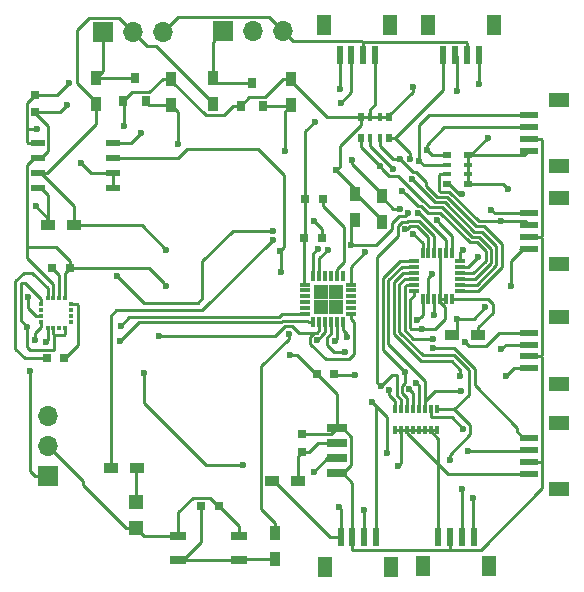
<source format=gtl>
G04 #@! TF.GenerationSoftware,KiCad,Pcbnew,no-vcs-found-7722~57~ubuntu16.04.1*
G04 #@! TF.CreationDate,2017-02-25T10:09:19+01:00*
G04 #@! TF.ProjectId,GhostSensorboard,47686F737453656E736F72626F617264,rev?*
G04 #@! TF.FileFunction,Copper,L1,Top,Signal*
G04 #@! TF.FilePolarity,Positive*
%FSLAX46Y46*%
G04 Gerber Fmt 4.6, Leading zero omitted, Abs format (unit mm)*
G04 Created by KiCad (PCBNEW no-vcs-found-7722~57~ubuntu16.04.1) date Sat Feb 25 10:09:19 2017*
%MOMM*%
%LPD*%
G01*
G04 APERTURE LIST*
%ADD10C,0.100000*%
%ADD11R,0.750000X0.800000*%
%ADD12R,0.800000X0.750000*%
%ADD13R,1.200000X1.200000*%
%ADD14R,0.800000X0.900000*%
%ADD15R,1.200000X0.900000*%
%ADD16R,0.900000X1.200000*%
%ADD17R,1.450000X0.700000*%
%ADD18R,0.850000X0.300000*%
%ADD19R,0.300000X0.850000*%
%ADD20R,0.600000X1.550000*%
%ADD21R,1.200000X1.800000*%
%ADD22R,1.800000X0.800000*%
%ADD23R,1.300000X1.300000*%
%ADD24R,1.550000X0.600000*%
%ADD25R,1.800000X1.200000*%
%ADD26R,1.143000X0.508000*%
%ADD27R,0.500000X0.800000*%
%ADD28R,0.400000X0.800000*%
%ADD29R,0.800000X0.500000*%
%ADD30R,0.800000X0.400000*%
%ADD31R,0.300000X0.800000*%
%ADD32R,1.700000X1.700000*%
%ADD33O,1.700000X1.700000*%
%ADD34R,0.300000X0.450000*%
%ADD35R,0.450000X0.300000*%
%ADD36C,0.600000*%
%ADD37C,0.250000*%
G04 APERTURE END LIST*
D10*
D11*
X116464080Y-113329720D03*
X116464080Y-111829720D03*
D12*
X109434760Y-117899180D03*
X107934760Y-117899180D03*
D11*
X93893640Y-83064920D03*
X93893640Y-84564920D03*
D12*
X117735920Y-106725720D03*
X119235920Y-106725720D03*
X116684360Y-95239840D03*
X118184360Y-95239840D03*
X116770720Y-91892120D03*
X118270720Y-91892120D03*
X94870840Y-105369360D03*
X96370840Y-105369360D03*
X96868680Y-97790000D03*
X95368680Y-97790000D03*
D13*
X102473760Y-117584040D03*
X102473760Y-119784040D03*
D14*
X101371360Y-83654140D03*
X103271360Y-83654140D03*
X102321360Y-81654140D03*
X111318000Y-84050380D03*
X113218000Y-84050380D03*
X112268000Y-82050380D03*
D15*
X129237560Y-103449120D03*
X131437560Y-103449120D03*
X116156920Y-115763040D03*
X113956920Y-115763040D03*
D16*
X105410000Y-81737020D03*
X105410000Y-83937020D03*
X114226340Y-122425640D03*
X114226340Y-120225640D03*
D15*
X102532360Y-114655600D03*
X100332360Y-114655600D03*
D16*
X99049840Y-83865900D03*
X99049840Y-81665900D03*
X115559840Y-81792900D03*
X115559840Y-83992900D03*
X108935520Y-83901460D03*
X108935520Y-81701460D03*
X123261120Y-93830320D03*
X123261120Y-91630320D03*
X121005600Y-91493160D03*
X121005600Y-93693160D03*
D15*
X97218680Y-94147640D03*
X95018680Y-94147640D03*
D17*
X106038020Y-122452640D03*
X111198020Y-122452640D03*
X111198020Y-120452640D03*
X106038020Y-120452640D03*
D18*
X129905040Y-99675000D03*
X129905040Y-99175000D03*
X129905040Y-98675000D03*
X129905040Y-98175000D03*
X129905040Y-97675000D03*
X129905040Y-97175000D03*
D19*
X129205040Y-96475000D03*
X128705040Y-96475000D03*
X128205040Y-96475000D03*
X127705040Y-96475000D03*
X127205040Y-96475000D03*
X126705040Y-96475000D03*
D18*
X126005040Y-97175000D03*
X126005040Y-97675000D03*
X126005040Y-98175000D03*
X126005040Y-98675000D03*
X126005040Y-99175000D03*
X126005040Y-99675000D03*
D19*
X126705040Y-100375000D03*
X127205040Y-100375000D03*
X127705040Y-100375000D03*
X128205040Y-100375000D03*
X128705040Y-100375000D03*
X129205040Y-100375000D03*
D20*
X128469260Y-79695160D03*
X129469260Y-79695160D03*
X130469260Y-79695160D03*
X131469260Y-79695160D03*
D21*
X127169260Y-77170160D03*
X132769260Y-77170160D03*
D20*
X119680860Y-79695160D03*
X120680860Y-79695160D03*
X121680860Y-79695160D03*
X122680860Y-79695160D03*
D21*
X118380860Y-77170160D03*
X123980860Y-77170160D03*
D22*
X119451120Y-111328200D03*
X119451120Y-112598200D03*
X119451120Y-113868200D03*
X119451120Y-115138200D03*
D18*
X116769600Y-99156200D03*
X116769600Y-99656200D03*
X116769600Y-100156200D03*
X116769600Y-100656200D03*
X116769600Y-101156200D03*
X116769600Y-101656200D03*
D19*
X117469600Y-102356200D03*
X117969600Y-102356200D03*
X118469600Y-102356200D03*
X118969600Y-102356200D03*
X119469600Y-102356200D03*
X119969600Y-102356200D03*
D18*
X120669600Y-101656200D03*
X120669600Y-101156200D03*
X120669600Y-100656200D03*
X120669600Y-100156200D03*
X120669600Y-99656200D03*
X120669600Y-99156200D03*
D19*
X119969600Y-98456200D03*
X119469600Y-98456200D03*
X118969600Y-98456200D03*
X118469600Y-98456200D03*
X117969600Y-98456200D03*
X117469600Y-98456200D03*
D23*
X119369600Y-101056200D03*
X119369600Y-99756200D03*
X118069600Y-101056200D03*
X118069600Y-99756200D03*
D24*
X135696840Y-93117540D03*
X135696840Y-94117540D03*
X135696840Y-95117540D03*
X135696840Y-96117540D03*
D25*
X138221840Y-91817540D03*
X138221840Y-97417540D03*
D24*
X135696840Y-84834600D03*
X135696840Y-85834600D03*
X135696840Y-86834600D03*
X135696840Y-87834600D03*
D25*
X138221840Y-83534600D03*
X138221840Y-89134600D03*
D24*
X135752840Y-112186720D03*
X135752840Y-113186720D03*
X135752840Y-114186720D03*
X135752840Y-115186720D03*
D25*
X138277840Y-110886720D03*
X138277840Y-116486720D03*
D24*
X135714620Y-103234360D03*
X135714620Y-104234360D03*
X135714620Y-105234360D03*
X135714620Y-106234360D03*
D25*
X138239620Y-101934360D03*
X138239620Y-107534360D03*
D20*
X131045080Y-120487320D03*
X130045080Y-120487320D03*
X129045080Y-120487320D03*
X128045080Y-120487320D03*
D21*
X132345080Y-123012320D03*
X126745080Y-123012320D03*
D20*
X122762140Y-120566060D03*
X121762140Y-120566060D03*
X120762140Y-120566060D03*
X119762140Y-120566060D03*
D21*
X124062140Y-123091060D03*
X118462140Y-123091060D03*
D26*
X94117160Y-90982800D03*
X94117160Y-89712800D03*
X94117160Y-88442800D03*
X94117160Y-87172800D03*
X100467160Y-87172800D03*
X100467160Y-88442800D03*
X100467160Y-89712800D03*
X100467160Y-90982800D03*
D27*
X121489620Y-86762160D03*
D28*
X123089620Y-86762160D03*
X122289620Y-86762160D03*
D27*
X123889620Y-86762160D03*
D28*
X122289620Y-84962160D03*
D27*
X121489620Y-84962160D03*
D28*
X123089620Y-84962160D03*
D27*
X123889620Y-84962160D03*
D29*
X128792400Y-88213080D03*
D30*
X128792400Y-89813080D03*
X128792400Y-89013080D03*
D29*
X128792400Y-90613080D03*
D30*
X130592400Y-89013080D03*
D29*
X130592400Y-88213080D03*
D30*
X130592400Y-89813080D03*
D29*
X130592400Y-90613080D03*
D31*
X127901960Y-109677200D03*
X127901960Y-111477200D03*
X124401960Y-109677200D03*
X124401960Y-111477200D03*
X127401960Y-109677200D03*
X126901960Y-109677200D03*
X126401960Y-109677200D03*
X125901960Y-109677200D03*
X125401960Y-109677200D03*
X124901960Y-109677200D03*
X127401960Y-111477200D03*
X126901960Y-111477200D03*
X126401960Y-111477200D03*
X125401960Y-111477200D03*
X125901960Y-111477200D03*
X124901960Y-111477200D03*
D32*
X95001080Y-115402360D03*
D33*
X95001080Y-112862360D03*
X95001080Y-110322360D03*
D32*
X99664520Y-77767180D03*
D33*
X102204520Y-77767180D03*
X104744520Y-77767180D03*
D32*
X109816900Y-77701140D03*
D33*
X112356900Y-77701140D03*
X114896900Y-77701140D03*
D34*
X94957200Y-102844520D03*
X95457200Y-102844520D03*
X95957200Y-102844520D03*
X96457200Y-102844520D03*
D35*
X96982200Y-102319520D03*
X96982200Y-101819520D03*
X96982200Y-101319520D03*
X96982200Y-100819520D03*
D34*
X96457200Y-100294520D03*
X95957200Y-100294520D03*
X95457200Y-100294520D03*
X94957200Y-100294520D03*
D35*
X94432200Y-100819520D03*
X94432200Y-101319520D03*
X94432200Y-101819520D03*
X94432200Y-102319520D03*
D36*
X126690798Y-102936697D03*
X117596920Y-85369400D03*
X105023920Y-99263200D03*
X115463141Y-105083103D03*
X97774760Y-88844120D03*
X96565720Y-83992720D03*
X117811018Y-103864963D03*
X121859040Y-96438890D03*
X94066360Y-85973920D03*
X93974920Y-92537280D03*
X96771449Y-82080089D03*
X120165215Y-104838566D03*
X120975120Y-106807000D03*
X93446600Y-106497120D03*
X93253560Y-102707440D03*
X133736080Y-106923840D03*
X132024120Y-101092000D03*
X129595880Y-102031800D03*
X127645160Y-101711760D03*
X124644576Y-114516501D03*
X134203440Y-99293680D03*
X133898640Y-91023440D03*
X125887480Y-82458560D03*
X131485640Y-82214720D03*
X132212080Y-86715600D03*
X101396800Y-85719920D03*
X104421049Y-103539249D03*
X119598440Y-118008400D03*
X119395240Y-89489280D03*
X117510560Y-93761560D03*
X105003600Y-96225360D03*
X125489077Y-93128337D03*
X114655600Y-96301560D03*
X114726720Y-98059240D03*
X118672032Y-96208639D03*
X127543560Y-98221800D03*
X120685560Y-95813880D03*
X126270374Y-102171001D03*
X124765374Y-92765034D03*
X102877887Y-86317109D03*
X120766840Y-88620600D03*
X117877537Y-96114852D03*
X93309610Y-100180816D03*
X114073035Y-94586828D03*
X100848160Y-98415010D03*
X120283226Y-103579076D03*
X115356640Y-103306880D03*
X119278400Y-103946960D03*
X114030590Y-95385714D03*
X117535960Y-114985800D03*
X111465360Y-114432080D03*
X103129080Y-106669840D03*
X106034840Y-87238840D03*
X115026440Y-87833200D03*
X124794230Y-88554118D03*
X129580640Y-82737960D03*
X119781320Y-83753960D03*
X123072718Y-89128600D03*
X125648405Y-88524395D03*
X125846840Y-90241120D03*
X119684800Y-82621120D03*
X124169220Y-89333842D03*
X124998480Y-91221560D03*
X133344920Y-93781880D03*
X131429760Y-96824800D03*
X127904180Y-93702376D03*
X127061130Y-87751920D03*
X130006935Y-91450585D03*
X130134012Y-96206934D03*
X132521960Y-92816680D03*
X126289090Y-93128337D03*
X126435409Y-88668076D03*
X123146523Y-107779104D03*
X130581400Y-113238280D03*
X125595662Y-108022460D03*
X133380480Y-104648000D03*
X125928120Y-94848680D03*
X123895640Y-108059896D03*
X127591124Y-104535208D03*
X125226086Y-94465056D03*
X125229035Y-106584483D03*
X130330704Y-104022990D03*
X130042920Y-116453920D03*
X129976880Y-108183680D03*
X128999675Y-114023835D03*
X121762520Y-118247160D03*
X126163500Y-107458919D03*
X129905884Y-106898036D03*
X130977640Y-117190520D03*
X127575356Y-103735351D03*
X123667520Y-113385600D03*
X130139440Y-111363760D03*
X122433080Y-109098080D03*
X93878570Y-103811083D03*
X101132640Y-102656640D03*
X94793963Y-104044349D03*
X101122480Y-103936800D03*
D37*
X116156920Y-115763040D02*
X116156920Y-113636880D01*
X116156920Y-113636880D02*
X116464080Y-113329720D01*
X116464080Y-113329720D02*
X117089080Y-113329720D01*
X117820600Y-112598200D02*
X119451120Y-112598200D01*
X117089080Y-113329720D02*
X117820600Y-112598200D01*
X93220659Y-96900395D02*
X93220659Y-95996760D01*
X95457200Y-99136936D02*
X93220659Y-96900395D01*
X95457200Y-100294520D02*
X95457200Y-99136936D01*
X93220659Y-95996760D02*
X93220659Y-89021801D01*
X96868680Y-97790000D02*
X96868680Y-97165000D01*
X96868680Y-97165000D02*
X95700440Y-95996760D01*
X95700440Y-95996760D02*
X93220659Y-95996760D01*
X126005040Y-99675000D02*
X126005040Y-100075000D01*
X126266534Y-102936697D02*
X126690798Y-102936697D01*
X125645364Y-100434676D02*
X125645364Y-102816264D01*
X125765797Y-102936697D02*
X126266534Y-102936697D01*
X125645364Y-102816264D02*
X125765797Y-102936697D01*
X126005040Y-100075000D02*
X125645364Y-100434676D01*
X127115062Y-102936697D02*
X126690798Y-102936697D01*
X127743893Y-102936697D02*
X127115062Y-102936697D01*
X128605040Y-101050000D02*
X128605040Y-102075550D01*
X128205040Y-100650000D02*
X128605040Y-101050000D01*
X128205040Y-100375000D02*
X128205040Y-100650000D01*
X128605040Y-102075550D02*
X127743893Y-102936697D01*
X116770720Y-91892120D02*
X116770720Y-86195600D01*
X116770720Y-86195600D02*
X117596920Y-85369400D01*
X119451120Y-111328200D02*
X119451120Y-108415920D01*
X119451120Y-108415920D02*
X117760920Y-106725720D01*
X117760920Y-106725720D02*
X117735920Y-106725720D01*
X97957640Y-116117920D02*
X97957640Y-115818920D01*
X97957640Y-115818920D02*
X95001080Y-112862360D01*
X102473760Y-119784040D02*
X101623760Y-119784040D01*
X101623760Y-119784040D02*
X97957640Y-116117920D01*
X106038020Y-120452640D02*
X103142360Y-120452640D01*
X103142360Y-120452640D02*
X102473760Y-119784040D01*
X104723921Y-98963201D02*
X105023920Y-99263200D01*
X103550720Y-97790000D02*
X104723921Y-98963201D01*
X96868680Y-97790000D02*
X103550720Y-97790000D01*
X117710920Y-106725720D02*
X116068303Y-105083103D01*
X117735920Y-106725720D02*
X117710920Y-106725720D01*
X116068303Y-105083103D02*
X115463141Y-105083103D01*
X111198020Y-120452640D02*
X111198020Y-119637440D01*
X111198020Y-119637440D02*
X109459760Y-117899180D01*
X109459760Y-117899180D02*
X109434760Y-117899180D01*
X106038020Y-120452640D02*
X106038020Y-118435918D01*
X109409760Y-117899180D02*
X109434760Y-117899180D01*
X106038020Y-118435918D02*
X107274759Y-117199179D01*
X107274759Y-117199179D02*
X108709759Y-117199179D01*
X108709759Y-117199179D02*
X109409760Y-117899180D01*
X100467160Y-90982800D02*
X100467160Y-89712800D01*
X100467160Y-89712800D02*
X98643440Y-89712800D01*
X98643440Y-89712800D02*
X97774760Y-88844120D01*
X93893640Y-84564920D02*
X93893640Y-84589920D01*
X93893640Y-84589920D02*
X95013661Y-85709941D01*
X95013661Y-85709941D02*
X95013661Y-87863799D01*
X95013661Y-87863799D02*
X94434660Y-88442800D01*
X94434660Y-88442800D02*
X94117160Y-88442800D01*
X93893640Y-84564920D02*
X95993520Y-84564920D01*
X95993520Y-84564920D02*
X96565720Y-83992720D01*
X114896900Y-77701140D02*
X113721899Y-76526139D01*
X113721899Y-76526139D02*
X105985561Y-76526139D01*
X105985561Y-76526139D02*
X104744520Y-77767180D01*
X114896900Y-77701140D02*
X115746899Y-78551139D01*
X115746899Y-78551139D02*
X121561839Y-78551139D01*
X121561839Y-78551139D02*
X121680860Y-78670160D01*
X121680860Y-78670160D02*
X121680860Y-79695160D01*
X121680860Y-78670160D02*
X121755861Y-78595159D01*
X121755861Y-78595159D02*
X130394259Y-78595159D01*
X130394259Y-78595159D02*
X130469260Y-78670160D01*
X130469260Y-78670160D02*
X130469260Y-79695160D01*
X93220659Y-89021801D02*
X93799660Y-88442800D01*
X93799660Y-88442800D02*
X94117160Y-88442800D01*
X96457200Y-100294520D02*
X96457200Y-98201480D01*
X96457200Y-98201480D02*
X96868680Y-97790000D01*
X118111017Y-103564964D02*
X117811018Y-103864963D01*
X118469600Y-103167610D02*
X118111017Y-103526193D01*
X118469600Y-102356200D02*
X118469600Y-103167610D01*
X118111017Y-103526193D02*
X118111017Y-103564964D01*
X120669600Y-97628330D02*
X121859040Y-96438890D01*
X120669600Y-99156200D02*
X120669600Y-97628330D01*
X119451120Y-115138200D02*
X119951120Y-115138200D01*
X119951120Y-115138200D02*
X120676121Y-114413199D01*
X120676121Y-114413199D02*
X120676121Y-112053201D01*
X120676121Y-112053201D02*
X119951120Y-111328200D01*
X119951120Y-111328200D02*
X119451120Y-111328200D01*
X116464080Y-111829720D02*
X118949600Y-111829720D01*
X118949600Y-111829720D02*
X119451120Y-111328200D01*
X120762140Y-120566060D02*
X120762140Y-115949220D01*
X120762140Y-115949220D02*
X119951120Y-115138200D01*
X129045080Y-120487320D02*
X129045080Y-121512320D01*
X129045080Y-121512320D02*
X128891339Y-121666061D01*
X128891339Y-121666061D02*
X120837141Y-121666061D01*
X120837141Y-121666061D02*
X120762140Y-121591060D01*
X120762140Y-121591060D02*
X120762140Y-120566060D01*
X136852841Y-116374999D02*
X136852841Y-114261721D01*
X136852841Y-114261721D02*
X136777840Y-114186720D01*
X136777840Y-114186720D02*
X135752840Y-114186720D01*
X129045080Y-121512320D02*
X129120081Y-121587321D01*
X129120081Y-121587321D02*
X131640519Y-121587321D01*
X131640519Y-121587321D02*
X136852841Y-116374999D01*
X135696840Y-95117540D02*
X136721840Y-95117540D01*
X136814621Y-95210321D02*
X136814621Y-105159359D01*
X136721840Y-95117540D02*
X136814621Y-95210321D01*
X136814621Y-105159359D02*
X136739620Y-105234360D01*
X136739620Y-105234360D02*
X135714620Y-105234360D01*
X136721840Y-86834600D02*
X135696840Y-86834600D01*
X136721840Y-95117540D02*
X136796841Y-95042539D01*
X136796841Y-95042539D02*
X136796841Y-86909601D01*
X136796841Y-86909601D02*
X136721840Y-86834600D01*
X116770720Y-91892120D02*
X116770720Y-95153480D01*
X116770720Y-95153480D02*
X116684360Y-95239840D01*
X116684360Y-95239840D02*
X116684360Y-99070960D01*
X116684360Y-99070960D02*
X116769600Y-99156200D01*
X128705040Y-100375000D02*
X128205040Y-100375000D01*
X128205040Y-100375000D02*
X128205040Y-96475000D01*
X136739620Y-105234360D02*
X136852841Y-105347581D01*
X136852841Y-105347581D02*
X136852841Y-114111719D01*
X136852841Y-114111719D02*
X136777840Y-114186720D01*
X107934760Y-117899180D02*
X107934760Y-120930900D01*
X107934760Y-120930900D02*
X106413020Y-122452640D01*
X106413020Y-122452640D02*
X106038020Y-122452640D01*
X111198020Y-122452640D02*
X106038020Y-122452640D01*
X114226340Y-122425640D02*
X111225020Y-122425640D01*
X111225020Y-122425640D02*
X111198020Y-122452640D01*
X93193639Y-87070779D02*
X93193639Y-85882480D01*
X93193639Y-85882480D02*
X93193639Y-83789921D01*
X94066360Y-85973920D02*
X93285079Y-85973920D01*
X93285079Y-85973920D02*
X93193639Y-85882480D01*
X95018680Y-94147640D02*
X95018680Y-93581040D01*
X95018680Y-93581040D02*
X93974920Y-92537280D01*
X94117160Y-87172800D02*
X93295660Y-87172800D01*
X93193639Y-83789921D02*
X93893640Y-83089920D01*
X93295660Y-87172800D02*
X93193639Y-87070779D01*
X93893640Y-83089920D02*
X93893640Y-83064920D01*
X95786618Y-83064920D02*
X96771449Y-82080089D01*
X93893640Y-83064920D02*
X95786618Y-83064920D01*
X95018680Y-94147640D02*
X95018680Y-91566820D01*
X95018680Y-91566820D02*
X94434660Y-90982800D01*
X94434660Y-90982800D02*
X94117160Y-90982800D01*
X119245002Y-104838566D02*
X120165215Y-104838566D01*
X118653398Y-104246962D02*
X119245002Y-104838566D01*
X118969600Y-102356200D02*
X118969600Y-103304020D01*
X118969600Y-103304020D02*
X118653398Y-103620222D01*
X118653398Y-103620222D02*
X118653398Y-104246962D01*
X120975120Y-106807000D02*
X119317200Y-106807000D01*
X119317200Y-106807000D02*
X119235920Y-106725720D01*
X92684600Y-102138480D02*
X93253560Y-102707440D01*
X92684600Y-99033512D02*
X92684600Y-102138480D01*
X93046192Y-99033512D02*
X92684600Y-99033512D01*
X94432200Y-100419520D02*
X93046192Y-99033512D01*
X94432200Y-100819520D02*
X94432200Y-100419520D01*
X95530841Y-104669359D02*
X93445561Y-104669359D01*
X93253560Y-104477358D02*
X93253560Y-102707440D01*
X93445561Y-104669359D02*
X93253560Y-104477358D01*
X95530841Y-103393161D02*
X95530841Y-104669359D01*
X95457200Y-103319520D02*
X95530841Y-103393161D01*
X93446600Y-106921384D02*
X93446600Y-106497120D01*
X93446600Y-114947880D02*
X93446600Y-106921384D01*
X93901080Y-115402360D02*
X93446600Y-114947880D01*
X95001080Y-115402360D02*
X93901080Y-115402360D01*
X135714620Y-106234360D02*
X134425560Y-106234360D01*
X134425560Y-106234360D02*
X133736080Y-106923840D01*
X131084320Y-102031800D02*
X132024120Y-101092000D01*
X129595880Y-102031800D02*
X131084320Y-102031800D01*
X129595880Y-102031800D02*
X129595880Y-103090800D01*
X129595880Y-103090800D02*
X129237560Y-103449120D01*
X127705040Y-100375000D02*
X127705040Y-101651880D01*
X127705040Y-101651880D02*
X127645160Y-101711760D01*
X124901960Y-111477200D02*
X124901960Y-114259117D01*
X124901960Y-114259117D02*
X124644576Y-114516501D01*
X134203440Y-99293680D02*
X134203440Y-97135940D01*
X134203440Y-97135940D02*
X135221840Y-96117540D01*
X135221840Y-96117540D02*
X135696840Y-96117540D01*
X130592400Y-90613080D02*
X133488280Y-90613080D01*
X133488280Y-90613080D02*
X133898640Y-91023440D01*
X123889620Y-84962160D02*
X123889620Y-84812160D01*
X123889620Y-84812160D02*
X125887480Y-82814300D01*
X125887480Y-82814300D02*
X125887480Y-82458560D01*
X131485640Y-82214720D02*
X131485640Y-79711540D01*
X131485640Y-79711540D02*
X131469260Y-79695160D01*
X130592400Y-88213080D02*
X130714600Y-88213080D01*
X130714600Y-88213080D02*
X132212080Y-86715600D01*
X101396800Y-85719920D02*
X101396800Y-83679580D01*
X101396800Y-83679580D02*
X101371360Y-83654140D01*
X116214724Y-103239962D02*
X115656641Y-102681879D01*
X117511017Y-103239962D02*
X116214724Y-103239962D01*
X115656641Y-102681879D02*
X115097279Y-102681879D01*
X115097279Y-102681879D02*
X114239909Y-103539249D01*
X114239909Y-103539249D02*
X104845313Y-103539249D01*
X104845313Y-103539249D02*
X104421049Y-103539249D01*
X130592400Y-89813080D02*
X130592400Y-90613080D01*
X130592400Y-89013080D02*
X130592400Y-89813080D01*
X130592400Y-88213080D02*
X130592400Y-89013080D01*
X130592400Y-88213080D02*
X135318360Y-88213080D01*
X135318360Y-88213080D02*
X135696840Y-87834600D01*
X119762140Y-120566060D02*
X119762140Y-118172100D01*
X119762140Y-118172100D02*
X119598440Y-118008400D01*
X126901960Y-111477200D02*
X126563120Y-111477200D01*
X126563120Y-111477200D02*
X126401960Y-111477200D01*
X128045080Y-120487320D02*
X128045080Y-112220320D01*
X128045080Y-112220320D02*
X127301960Y-111477200D01*
X127301960Y-111477200D02*
X126563120Y-111477200D01*
X101371360Y-83654140D02*
X101371360Y-83604140D01*
X101371360Y-83604140D02*
X102096361Y-82879139D01*
X102096361Y-82879139D02*
X103567881Y-82879139D01*
X103567881Y-82879139D02*
X104710000Y-81737020D01*
X104710000Y-81737020D02*
X105410000Y-81737020D01*
X105410000Y-81737020D02*
X105410000Y-81887020D01*
X109891919Y-84826461D02*
X110668000Y-84050380D01*
X105410000Y-81887020D02*
X108349441Y-84826461D01*
X108349441Y-84826461D02*
X109891919Y-84826461D01*
X110668000Y-84050380D02*
X111318000Y-84050380D01*
X122289620Y-84962160D02*
X122289620Y-84312160D01*
X122289620Y-84312160D02*
X122680860Y-83920920D01*
X122680860Y-83920920D02*
X122680860Y-79695160D01*
X111318000Y-84050380D02*
X111318000Y-84000380D01*
X114859840Y-81792900D02*
X115559840Y-81792900D01*
X111318000Y-84000380D02*
X112043001Y-83275379D01*
X112043001Y-83275379D02*
X113377361Y-83275379D01*
X113377361Y-83275379D02*
X114859840Y-81792900D01*
X121489620Y-84962160D02*
X118579100Y-84962160D01*
X118579100Y-84962160D02*
X115559840Y-81942900D01*
X115559840Y-81942900D02*
X115559840Y-81792900D01*
X123089620Y-84962160D02*
X123889620Y-84962160D01*
X122289620Y-84962160D02*
X123089620Y-84962160D01*
X121489620Y-84962160D02*
X122289620Y-84962160D01*
X119395240Y-89489280D02*
X119695239Y-89189281D01*
X119695239Y-89189281D02*
X119695239Y-87406541D01*
X119695239Y-87406541D02*
X121489620Y-85612160D01*
X121489620Y-85612160D02*
X121489620Y-84962160D01*
X123261120Y-93830320D02*
X123261120Y-93680320D01*
X123261120Y-93680320D02*
X121073960Y-91493160D01*
X121073960Y-91493160D02*
X121005600Y-91493160D01*
X120465216Y-105463567D02*
X120908227Y-105020556D01*
X117186017Y-104159973D02*
X118489611Y-105463567D01*
X117511017Y-103239962D02*
X117186017Y-103564962D01*
X120908227Y-102294827D02*
X120669600Y-102056200D01*
X117760838Y-103239962D02*
X117511017Y-103239962D01*
X117186017Y-103564962D02*
X117186017Y-104159973D01*
X117969600Y-103031200D02*
X117760838Y-103239962D01*
X120669600Y-102056200D02*
X120669600Y-101656200D01*
X120908227Y-105020556D02*
X120908227Y-102294827D01*
X118489611Y-105463567D02*
X120465216Y-105463567D01*
X135752840Y-115186720D02*
X128861480Y-115186720D01*
X128861480Y-115186720D02*
X125401960Y-111727200D01*
X125401960Y-111727200D02*
X125401960Y-111477200D01*
X124901960Y-111477200D02*
X124401960Y-111477200D01*
X125401960Y-111477200D02*
X124901960Y-111477200D01*
X125901960Y-111477200D02*
X125401960Y-111477200D01*
X126401960Y-111477200D02*
X125901960Y-111477200D01*
X127401960Y-111477200D02*
X126901960Y-111477200D01*
X127901960Y-111477200D02*
X127401960Y-111477200D01*
X95457200Y-103319520D02*
X95457200Y-102844520D01*
X96457200Y-102844520D02*
X96457200Y-103319520D01*
X96457200Y-103319520D02*
X96382199Y-103394521D01*
X96382199Y-103394521D02*
X95532201Y-103394521D01*
X95532201Y-103394521D02*
X95457200Y-103319520D01*
X113956920Y-115763040D02*
X114106920Y-115763040D01*
X114106920Y-115763040D02*
X118909940Y-120566060D01*
X118909940Y-120566060D02*
X119762140Y-120566060D01*
X119395240Y-89489280D02*
X121005600Y-91099640D01*
X121005600Y-91099640D02*
X121005600Y-91493160D01*
X118184360Y-95239840D02*
X118184360Y-94435360D01*
X118184360Y-94435360D02*
X117510560Y-93761560D01*
X117969600Y-103031200D02*
X117969600Y-102356200D01*
X134991660Y-96117540D02*
X135696840Y-96117540D01*
X118270720Y-92517120D02*
X118270720Y-91892120D01*
X119469600Y-97858322D02*
X120055801Y-97272121D01*
X120055801Y-94302201D02*
X118270720Y-92517120D01*
X119469600Y-98456200D02*
X119469600Y-97858322D01*
X120055801Y-97272121D02*
X120055801Y-94302201D01*
X92232480Y-98838739D02*
X92931559Y-98139660D01*
X94870840Y-105369360D02*
X94220840Y-105369360D01*
X94957200Y-99419699D02*
X94957200Y-99819520D01*
X94220840Y-105369360D02*
X94187391Y-105402809D01*
X94187391Y-105402809D02*
X93005756Y-105402809D01*
X93005756Y-105402809D02*
X92232480Y-104629533D01*
X92232480Y-104629533D02*
X92232480Y-98838739D01*
X92931559Y-98139660D02*
X93677161Y-98139660D01*
X93677161Y-98139660D02*
X94957200Y-99419699D01*
X94957200Y-99819520D02*
X94957200Y-100294520D01*
X96370840Y-105369360D02*
X96395840Y-105369360D01*
X97532201Y-104232999D02*
X97532201Y-100894521D01*
X96395840Y-105369360D02*
X97532201Y-104232999D01*
X97532201Y-100894521D02*
X97457200Y-100819520D01*
X97457200Y-100819520D02*
X96982200Y-100819520D01*
X95957200Y-100294520D02*
X95957200Y-98378520D01*
X95957200Y-98378520D02*
X95368680Y-97790000D01*
X102473760Y-117584040D02*
X102473760Y-114714200D01*
X102473760Y-114714200D02*
X102532360Y-114655600D01*
X99664520Y-77767180D02*
X99664520Y-81051220D01*
X99664520Y-81051220D02*
X99049840Y-81665900D01*
X102321360Y-81654140D02*
X99061600Y-81654140D01*
X99061600Y-81654140D02*
X99049840Y-81665900D01*
X97218680Y-94147640D02*
X97218680Y-92496820D01*
X97218680Y-92496820D02*
X94434660Y-89712800D01*
X94434660Y-89712800D02*
X94117160Y-89712800D01*
X94117160Y-89712800D02*
X94938660Y-89712800D01*
X94938660Y-89712800D02*
X99049840Y-85601620D01*
X99049840Y-85601620D02*
X99049840Y-83865900D01*
X97444560Y-77617320D02*
X98469701Y-76592179D01*
X101029519Y-76592179D02*
X102204520Y-77767180D01*
X98469701Y-76592179D02*
X101029519Y-76592179D01*
X97444560Y-82110620D02*
X97444560Y-77617320D01*
X99049840Y-83715900D02*
X97444560Y-82110620D01*
X99049840Y-83865900D02*
X99049840Y-83715900D01*
X102204520Y-77767180D02*
X103379521Y-78942181D01*
X108935520Y-83751460D02*
X108935520Y-83901460D01*
X103379521Y-78942181D02*
X104126241Y-78942181D01*
X104126241Y-78942181D02*
X108935520Y-83751460D01*
X97218680Y-94147640D02*
X102925880Y-94147640D01*
X102925880Y-94147640D02*
X105003600Y-96225360D01*
X112268000Y-82050380D02*
X109284440Y-82050380D01*
X109284440Y-82050380D02*
X108935520Y-81701460D01*
X108935520Y-81701460D02*
X108935520Y-78582520D01*
X108935520Y-78582520D02*
X109816900Y-77701140D01*
X122793378Y-95813880D02*
X124151074Y-94456184D01*
X124739685Y-93390044D02*
X125188930Y-93390044D01*
X125450637Y-93128337D02*
X125489077Y-93128337D01*
X124151074Y-93978655D02*
X124739685Y-93390044D01*
X124151074Y-94456184D02*
X124151074Y-93978655D01*
X120685560Y-95813880D02*
X122793378Y-95813880D01*
X125188930Y-93390044D02*
X125450637Y-93128337D01*
X114955599Y-89865479D02*
X112791240Y-87701120D01*
X106771440Y-87701120D02*
X106029760Y-88442800D01*
X112791240Y-87701120D02*
X106771440Y-87701120D01*
X101288660Y-88442800D02*
X100467160Y-88442800D01*
X106029760Y-88442800D02*
X101288660Y-88442800D01*
X114655600Y-96301560D02*
X114955599Y-96001561D01*
X114955599Y-96001561D02*
X114955599Y-89865479D01*
X114726720Y-98059240D02*
X114726720Y-96372680D01*
X114726720Y-96372680D02*
X114655600Y-96301560D01*
X117969600Y-96911071D02*
X118672032Y-96208639D01*
X117969600Y-98456200D02*
X117969600Y-96911071D01*
X127205040Y-100375000D02*
X127205040Y-98560320D01*
X127205040Y-98560320D02*
X127543560Y-98221800D01*
X120685560Y-95813880D02*
X120685560Y-94013200D01*
X120685560Y-94013200D02*
X121005600Y-93693160D01*
X126705040Y-101736335D02*
X126570373Y-101871002D01*
X126570373Y-101871002D02*
X126270374Y-102171001D01*
X126705040Y-100375000D02*
X126705040Y-101736335D01*
X124245834Y-92765034D02*
X124341110Y-92765034D01*
X123261120Y-91780320D02*
X124245834Y-92765034D01*
X123261120Y-91630320D02*
X123261120Y-91780320D01*
X124341110Y-92765034D02*
X124765374Y-92765034D01*
X102577888Y-86617108D02*
X102877887Y-86317109D01*
X102022196Y-87172800D02*
X102577888Y-86617108D01*
X100467160Y-87172800D02*
X102022196Y-87172800D01*
X123261120Y-91630320D02*
X123261120Y-91480320D01*
X123261120Y-91480320D02*
X120766840Y-88986040D01*
X120766840Y-88986040D02*
X120766840Y-88620600D01*
X117469600Y-96522789D02*
X117877537Y-96114852D01*
X117469600Y-98456200D02*
X117469600Y-96522789D01*
X93309610Y-100605080D02*
X93309610Y-100180816D01*
X93309610Y-101171930D02*
X93309610Y-100605080D01*
X93957200Y-101819520D02*
X93309610Y-101171930D01*
X94432200Y-101819520D02*
X93957200Y-101819520D01*
X100848160Y-98415010D02*
X103108751Y-100675601D01*
X107706443Y-100675601D02*
X108072082Y-100309962D01*
X108072082Y-100309962D02*
X108072082Y-97142263D01*
X108072082Y-97142263D02*
X110627517Y-94586828D01*
X110627517Y-94586828D02*
X113648771Y-94586828D01*
X103108751Y-100675601D02*
X107706443Y-100675601D01*
X113648771Y-94586828D02*
X114073035Y-94586828D01*
X119969600Y-103031200D02*
X120283226Y-103344826D01*
X120283226Y-103344826D02*
X120283226Y-103579076D01*
X119969600Y-102356200D02*
X119969600Y-103031200D01*
X115356640Y-103306880D02*
X115356640Y-103731144D01*
X115356640Y-103731144D02*
X113031919Y-106055865D01*
X113031919Y-106055865D02*
X113031919Y-118181219D01*
X113031919Y-118181219D02*
X114226340Y-119375640D01*
X114226340Y-119375640D02*
X114226340Y-120225640D01*
X119469600Y-103755760D02*
X119278400Y-103946960D01*
X119469600Y-102356200D02*
X119469600Y-103755760D01*
X108070304Y-101346000D02*
X114030590Y-95385714D01*
X100782120Y-101346000D02*
X108070304Y-101346000D01*
X100332360Y-101795760D02*
X100782120Y-101346000D01*
X100332360Y-114655600D02*
X100332360Y-101795760D01*
X117535960Y-114985800D02*
X118653560Y-113868200D01*
X118653560Y-113868200D02*
X119451120Y-113868200D01*
X103129080Y-109220000D02*
X108341160Y-114432080D01*
X108341160Y-114432080D02*
X111465360Y-114432080D01*
X103129080Y-106669840D02*
X103129080Y-109220000D01*
X106034840Y-87238840D02*
X106034840Y-84561860D01*
X106034840Y-84561860D02*
X105410000Y-83937020D01*
X105410000Y-83937020D02*
X103554240Y-83937020D01*
X103554240Y-83937020D02*
X103271360Y-83654140D01*
X113218000Y-84050380D02*
X115502360Y-84050380D01*
X115502360Y-84050380D02*
X115559840Y-83992900D01*
X115026440Y-87833200D02*
X115026440Y-84526300D01*
X115026440Y-84526300D02*
X115559840Y-83992900D01*
X132649122Y-101537558D02*
X131437560Y-102749120D01*
X132649122Y-100791998D02*
X132649122Y-101537558D01*
X132232124Y-100375000D02*
X132649122Y-100791998D01*
X129205040Y-100375000D02*
X132232124Y-100375000D01*
X131437560Y-102749120D02*
X131437560Y-103449120D01*
X127920929Y-91727341D02*
X127012269Y-90818679D01*
X131267932Y-94231891D02*
X128763382Y-91727341D01*
X133404795Y-97684002D02*
X133404795Y-95715726D01*
X131920960Y-94231891D02*
X131267932Y-94231891D01*
X127012269Y-90818679D02*
X127012269Y-90503720D01*
X128763382Y-91727341D02*
X127920929Y-91727341D01*
X129905040Y-99675000D02*
X131413797Y-99675000D01*
X126124667Y-89616118D02*
X125856230Y-89616118D01*
X125094229Y-88854117D02*
X124794230Y-88554118D01*
X131413797Y-99675000D02*
X133404795Y-97684002D01*
X127012269Y-90503720D02*
X126124667Y-89616118D01*
X125856230Y-89616118D02*
X125094229Y-88854117D01*
X133404795Y-95715726D02*
X131920960Y-94231891D01*
X124369966Y-88554118D02*
X124794230Y-88554118D01*
X123089620Y-87412160D02*
X124231578Y-88554118D01*
X124231578Y-88554118D02*
X124369966Y-88554118D01*
X123089620Y-86762160D02*
X123089620Y-87412160D01*
X129580640Y-82737960D02*
X129580640Y-79806540D01*
X129580640Y-79806540D02*
X129469260Y-79695160D01*
X130895132Y-95131913D02*
X128390582Y-92627363D01*
X126720091Y-92053324D02*
X124625610Y-89958843D01*
X132504773Y-97311202D02*
X132504773Y-96135406D01*
X123902961Y-89958843D02*
X123372717Y-89428599D01*
X123372717Y-89428599D02*
X123072718Y-89128600D01*
X128390582Y-92627363D02*
X127349531Y-92627363D01*
X132504773Y-96135406D02*
X131501280Y-95131913D01*
X131140975Y-98675000D02*
X132504773Y-97311202D01*
X129905040Y-98675000D02*
X131140975Y-98675000D01*
X131501280Y-95131913D02*
X130895132Y-95131913D01*
X124625610Y-89958843D02*
X123902961Y-89958843D01*
X126775492Y-92053324D02*
X126720091Y-92053324D01*
X127349531Y-92627363D02*
X126775492Y-92053324D01*
X119781320Y-83753960D02*
X120680860Y-82854420D01*
X120680860Y-82854420D02*
X120680860Y-79695160D01*
X123072718Y-89128600D02*
X121489620Y-87545502D01*
X121489620Y-87412160D02*
X121489620Y-86762160D01*
X121489620Y-87545502D02*
X121489620Y-87412160D01*
X128576982Y-92177352D02*
X127734529Y-92177352D01*
X126146839Y-90589662D02*
X126146839Y-90541119D01*
X131711120Y-94681902D02*
X131081532Y-94681902D01*
X132954784Y-97497602D02*
X132954784Y-95925566D01*
X132954784Y-95925566D02*
X131711120Y-94681902D01*
X129905040Y-99175000D02*
X131277386Y-99175000D01*
X131081532Y-94681902D02*
X128576982Y-92177352D01*
X127734529Y-92177352D02*
X126146839Y-90589662D01*
X131277386Y-99175000D02*
X132954784Y-97497602D01*
X126146839Y-90541119D02*
X125846840Y-90241120D01*
X123889620Y-86762160D02*
X124389620Y-86762160D01*
X125648405Y-88100131D02*
X125648405Y-88524395D01*
X125648405Y-88020945D02*
X125648405Y-88100131D01*
X124389620Y-86762160D02*
X125648405Y-88020945D01*
X124389620Y-86762160D02*
X128469260Y-82682520D01*
X128469260Y-82682520D02*
X128469260Y-80720160D01*
X128469260Y-80720160D02*
X128469260Y-79695160D01*
X126589092Y-92503335D02*
X126280255Y-92503335D01*
X132054762Y-96340163D02*
X131296523Y-95581924D01*
X130708732Y-95581924D02*
X128204182Y-93077374D01*
X128204182Y-93077374D02*
X127163131Y-93077374D01*
X125298479Y-91521559D02*
X124998480Y-91221560D01*
X126280255Y-92503335D02*
X125298479Y-91521559D01*
X127163131Y-93077374D02*
X126589092Y-92503335D01*
X132054762Y-97124802D02*
X132054762Y-96340163D01*
X129905040Y-98175000D02*
X131004564Y-98175000D01*
X131296523Y-95581924D02*
X130708732Y-95581924D01*
X131004564Y-98175000D02*
X132054762Y-97124802D01*
X119684800Y-82621120D02*
X119684800Y-79699100D01*
X119684800Y-79699100D02*
X119680860Y-79695160D01*
X123869221Y-89033843D02*
X124169220Y-89333842D01*
X122289620Y-87454242D02*
X123869221Y-89033843D01*
X122289620Y-86762160D02*
X122289620Y-87454242D01*
X128792400Y-89813080D02*
X128142400Y-89813080D01*
X128067399Y-91123081D02*
X128221647Y-91277330D01*
X128221647Y-91277330D02*
X128949782Y-91277330D01*
X128949782Y-91277330D02*
X131454332Y-93781880D01*
X128067399Y-89888081D02*
X128067399Y-91123081D01*
X132920656Y-93781880D02*
X133344920Y-93781880D01*
X128142400Y-89813080D02*
X128067399Y-89888081D01*
X131454332Y-93781880D02*
X132920656Y-93781880D01*
X133344920Y-93781880D02*
X135361180Y-93781880D01*
X135361180Y-93781880D02*
X135696840Y-94117540D01*
X129905040Y-97675000D02*
X130579560Y-97675000D01*
X130579560Y-97675000D02*
X131429760Y-96824800D01*
X129205040Y-96475000D02*
X129205040Y-95003236D01*
X129205040Y-95003236D02*
X128204179Y-94002375D01*
X128204179Y-94002375D02*
X127904180Y-93702376D01*
X127061130Y-87751920D02*
X127061130Y-87327656D01*
X127061130Y-87327656D02*
X128554186Y-85834600D01*
X128554186Y-85834600D02*
X135696840Y-85834600D01*
X127361129Y-88051919D02*
X127061130Y-87751920D01*
X127522290Y-88213080D02*
X127361129Y-88051919D01*
X128792400Y-88213080D02*
X127522290Y-88213080D01*
X128942400Y-90613080D02*
X129779905Y-91450585D01*
X128792400Y-90613080D02*
X128942400Y-90613080D01*
X129779905Y-91450585D02*
X130006935Y-91450585D01*
X129905040Y-96435906D02*
X130134012Y-96206934D01*
X129905040Y-97175000D02*
X129905040Y-96435906D01*
X132521960Y-92816680D02*
X132822820Y-93117540D01*
X132822820Y-93117540D02*
X135696840Y-93117540D01*
X126446243Y-93128337D02*
X126289090Y-93128337D01*
X128705040Y-95387134D02*
X126446243Y-93128337D01*
X128705040Y-96475000D02*
X128705040Y-95387134D01*
X135696840Y-84834600D02*
X127219840Y-84834600D01*
X126435409Y-88232437D02*
X126435409Y-88243812D01*
X126436120Y-88231726D02*
X126435409Y-88232437D01*
X127219840Y-84834600D02*
X126435409Y-85619031D01*
X128792400Y-89013080D02*
X126780413Y-89013080D01*
X126735408Y-88968075D02*
X126435409Y-88668076D01*
X126435409Y-85619031D02*
X126435409Y-88243812D01*
X126780413Y-89013080D02*
X126735408Y-88968075D01*
X126435409Y-88243812D02*
X126435409Y-88668076D01*
X124901960Y-108890171D02*
X124520650Y-108508861D01*
X124131737Y-106793890D02*
X123446522Y-107479105D01*
X124541047Y-106803286D02*
X124531651Y-106793890D01*
X124541047Y-107515662D02*
X124541047Y-106803286D01*
X124601085Y-94165055D02*
X124601085Y-95026063D01*
X124520650Y-107536059D02*
X124541047Y-107515662D01*
X126434842Y-93753347D02*
X125462038Y-93753347D01*
X124520650Y-108508861D02*
X124520650Y-107536059D01*
X124901960Y-109677200D02*
X124901960Y-108890171D01*
X122846524Y-107479105D02*
X123146523Y-107779104D01*
X124601085Y-95026063D02*
X122846524Y-96780624D01*
X124926085Y-93840055D02*
X124601085Y-94165055D01*
X125375330Y-93840055D02*
X124926085Y-93840055D01*
X124531651Y-106793890D02*
X124131737Y-106793890D01*
X125462038Y-93753347D02*
X125375330Y-93840055D01*
X123446522Y-107479105D02*
X123146523Y-107779104D01*
X122846524Y-96780624D02*
X122846524Y-107479105D01*
X127705040Y-96475000D02*
X127705040Y-95023545D01*
X127705040Y-95023545D02*
X126434842Y-93753347D01*
X130581400Y-113238280D02*
X135701280Y-113238280D01*
X135701280Y-113238280D02*
X135752840Y-113186720D01*
X125901960Y-108328758D02*
X125895661Y-108322459D01*
X125901960Y-109677200D02*
X125901960Y-108328758D01*
X125895661Y-108322459D02*
X125595662Y-108022460D01*
X133380480Y-104648000D02*
X133794120Y-104234360D01*
X133794120Y-104234360D02*
X135714620Y-104234360D01*
X126705040Y-95625600D02*
X125928120Y-94848680D01*
X126705040Y-96475000D02*
X126705040Y-95625600D01*
X123895640Y-108520880D02*
X123895640Y-108484160D01*
X124401960Y-109677200D02*
X124401960Y-109027200D01*
X123895640Y-108484160D02*
X123895640Y-108059896D01*
X124401960Y-109027200D02*
X123895640Y-108520880D01*
X134727840Y-111278963D02*
X131107773Y-107658895D01*
X135277840Y-112186720D02*
X134727840Y-111636720D01*
X131107773Y-106277580D02*
X129365401Y-104535208D01*
X128015388Y-104535208D02*
X127591124Y-104535208D01*
X131107773Y-107658895D02*
X131107773Y-106277580D01*
X129365401Y-104535208D02*
X128015388Y-104535208D01*
X134727840Y-111636720D02*
X134727840Y-111278963D01*
X135752840Y-112186720D02*
X135277840Y-112186720D01*
X127205040Y-96475000D02*
X127205040Y-95159956D01*
X126248442Y-94203358D02*
X125648438Y-94203358D01*
X125648438Y-94203358D02*
X125386740Y-94465056D01*
X127205040Y-95159956D02*
X126248442Y-94203358D01*
X125386740Y-94465056D02*
X125226086Y-94465056D01*
X125229035Y-107008747D02*
X125229035Y-106584483D01*
X124970661Y-107722459D02*
X125229035Y-107464085D01*
X124970661Y-108322461D02*
X124970661Y-107722459D01*
X125229035Y-107464085D02*
X125229035Y-107008747D01*
X125401960Y-108753760D02*
X124970661Y-108322461D01*
X125401960Y-109677200D02*
X125401960Y-108753760D01*
X124799394Y-97175000D02*
X123369909Y-98604485D01*
X126005040Y-97175000D02*
X124799394Y-97175000D01*
X123369909Y-98604485D02*
X123369909Y-104725357D01*
X123369909Y-104725357D02*
X124929036Y-106284484D01*
X124929036Y-106284484D02*
X125229035Y-106584483D01*
X130630703Y-104322989D02*
X130330704Y-104022990D01*
X135714620Y-103234360D02*
X133188862Y-103234360D01*
X132100233Y-104322989D02*
X130630703Y-104322989D01*
X133188862Y-103234360D02*
X132100233Y-104322989D01*
X130042920Y-116453920D02*
X130042920Y-120485160D01*
X130042920Y-120485160D02*
X130045080Y-120487320D01*
X126901960Y-109677200D02*
X126901960Y-109027200D01*
X126901960Y-109027200D02*
X127745480Y-108183680D01*
X127745480Y-108183680D02*
X129976880Y-108183680D01*
X126005040Y-97675000D02*
X124935805Y-97675000D01*
X123819920Y-104226360D02*
X125826520Y-106232960D01*
X125826520Y-106232960D02*
X125826520Y-106238040D01*
X124935805Y-97675000D02*
X123819920Y-98790885D01*
X123819920Y-98790885D02*
X123819920Y-104226360D01*
X125826520Y-106238040D02*
X126901960Y-107313480D01*
X126901960Y-107313480D02*
X126901960Y-109677200D01*
X129408364Y-109677200D02*
X128301960Y-109677200D01*
X130601882Y-108483682D02*
X129408364Y-109677200D01*
X129354000Y-105160218D02*
X130601882Y-106408100D01*
X126716498Y-105160218D02*
X129354000Y-105160218D01*
X124745348Y-99138279D02*
X124745348Y-103189068D01*
X125208627Y-98675000D02*
X124745348Y-99138279D01*
X130601882Y-106408100D02*
X130601882Y-108483682D01*
X126005040Y-98675000D02*
X125208627Y-98675000D01*
X124745348Y-103189068D02*
X126716498Y-105160218D01*
X129377884Y-109677200D02*
X130764442Y-111063758D01*
X130764442Y-111063758D02*
X130764442Y-111808014D01*
X128301960Y-109677200D02*
X129377884Y-109677200D01*
X130764442Y-111808014D02*
X128999675Y-113572781D01*
X128999675Y-113599571D02*
X128999675Y-114023835D01*
X128999675Y-113572781D02*
X128999675Y-113599571D01*
X128301960Y-109677200D02*
X127901960Y-109677200D01*
X121762520Y-118247160D02*
X121762520Y-120565680D01*
X121762520Y-120565680D02*
X121762140Y-120566060D01*
X126401960Y-109677200D02*
X126401960Y-107697379D01*
X126401960Y-107697379D02*
X126163500Y-107458919D01*
X126580899Y-105661029D02*
X129218400Y-105661029D01*
X125072216Y-98175000D02*
X124295337Y-98951879D01*
X129218400Y-105661029D02*
X129905884Y-106348513D01*
X129905884Y-106473772D02*
X129905884Y-106898036D01*
X124295337Y-103375467D02*
X126580899Y-105661029D01*
X126005040Y-98175000D02*
X125072216Y-98175000D01*
X124295337Y-98951879D02*
X124295337Y-103375467D01*
X129905884Y-106348513D02*
X129905884Y-106473772D01*
X130977640Y-117190520D02*
X130977640Y-120419880D01*
X130977640Y-120419880D02*
X131045080Y-120487320D01*
X125928041Y-103735351D02*
X127151092Y-103735351D01*
X126005040Y-99175000D02*
X125345038Y-99175000D01*
X125195355Y-99324683D02*
X125195355Y-103002665D01*
X125195355Y-103002665D02*
X125928041Y-103735351D01*
X125345038Y-99175000D02*
X125195355Y-99324683D01*
X127151092Y-103735351D02*
X127575356Y-103735351D01*
X123667520Y-113385600D02*
X123667520Y-110332520D01*
X123667520Y-110332520D02*
X122433080Y-109098080D01*
X129177881Y-110402201D02*
X130139440Y-111363760D01*
X127401960Y-109677200D02*
X127401960Y-110327200D01*
X127401960Y-110327200D02*
X127476961Y-110402201D01*
X127476961Y-110402201D02*
X129177881Y-110402201D01*
X122762140Y-120566060D02*
X122762140Y-109427140D01*
X122762140Y-109427140D02*
X122433080Y-109098080D01*
X93878570Y-103386819D02*
X93878570Y-103811083D01*
X94432200Y-102319520D02*
X94432200Y-102719520D01*
X93878570Y-103273150D02*
X93878570Y-103386819D01*
X94432200Y-102719520D02*
X93878570Y-103273150D01*
X101883091Y-101906189D02*
X101132640Y-102656640D01*
X114559507Y-101906189D02*
X101883091Y-101906189D01*
X116769600Y-101656200D02*
X114809496Y-101656200D01*
X114809496Y-101656200D02*
X114559507Y-101906189D01*
X94957200Y-103881112D02*
X94793963Y-104044349D01*
X94957200Y-102844520D02*
X94957200Y-103881112D01*
X102703080Y-102356200D02*
X101122480Y-103936800D01*
X114745907Y-102356200D02*
X102703080Y-102356200D01*
X116945268Y-102231868D02*
X114870239Y-102231868D01*
X114870239Y-102231868D02*
X114745907Y-102356200D01*
X117069600Y-102356200D02*
X116945268Y-102231868D01*
X117469600Y-102356200D02*
X117069600Y-102356200D01*
M02*

</source>
